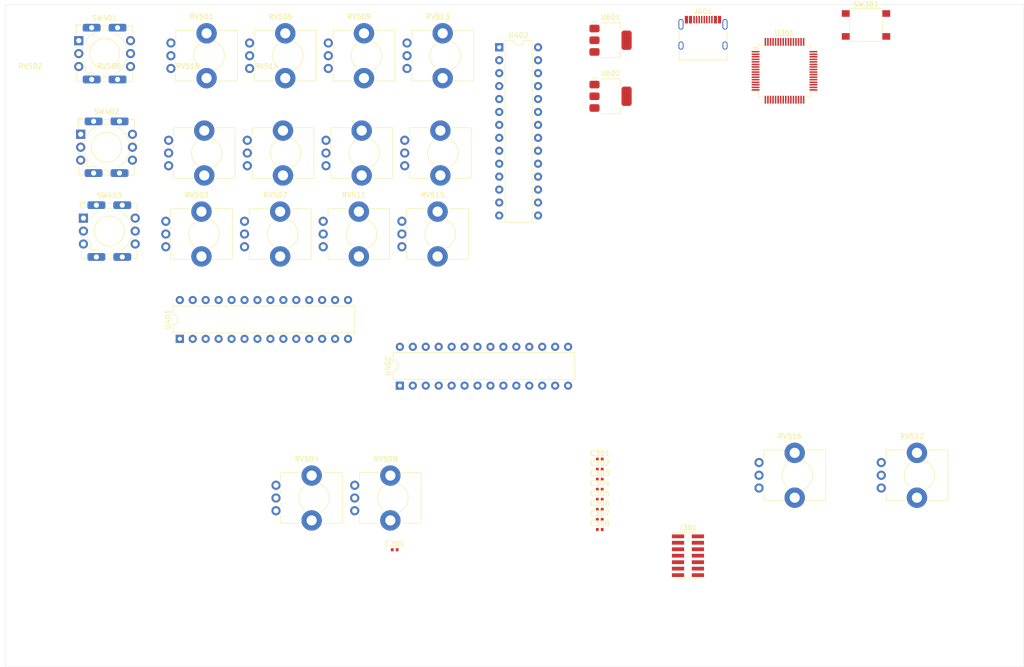
<source format=kicad_pcb>
(kicad_pcb (version 20240108) (generator "pcbnew") (generator_version "8.0")
  (layers (0 "F.Cu" signal) (31 "B.Cu" signal) (34 "B.Paste" user) (35 "F.Paste" user) (36 "B.SilkS" user "B.Silkscreen") (37 "F.SilkS" user "F.Silkscreen") (38 "B.Mask" user) (39 "F.Mask" user) (44 "Edge.Cuts" user))
  (net 0 "")
  (net 1 "GND")
  (net 2 "+5V")
  (net 3 "+3.3V")
  (net 4 "/STM32-G474RE/NRST")
  (net 15 "Net-(J601-CC2)")
  (net 17 "/PSU/D-")
  (net 18 "/PSU/D+")
  (net 20 "Net-(J601-CC1)")
  (net 21 "/Potar/Voice1_PW_pot")
  (net 22 "/Potar/Voice1_Attack_pot")
  (net 23 "/Potar/Voice1_Decay_pot")
  (net 24 "/Potar/Voice1_Release_pot")
  (net 25 "/Potar/Voice2_PW_pot")
  (net 26 "/Potar/Voice2_Attack_pot")
  (net 27 "/Potar/Voice2_Decay_pot")
  (net 28 "/Potar/Voice2_Release_pot")
  (net 29 "/Potar/Filter_Freq_pot")
  (net 30 "/Potar/Voice3_PW_pot")
  (net 31 "/Potar/Filter_Res_pot")
  (net 32 "/Potar/Voice3_Attack_pot")
  (net 33 "/Potar/Voice3_Decay_pot")
  (net 34 "/Potar/Pitch_Main_pot")
  (net 35 "/Potar/Voice3_Release_pot")
  (net 36 "/Potar/Pitch_octave_pot")
  (net 37 "Net-(SW401-Common)")
  (net 39 "Net-(U401-GPB6)")
  (net 40 "Net-(U401-GPB7)")
  (net 41 "Net-(U401-GPB4)")
  (net 42 "Net-(U401-GPB5)")
  (net 43 "Net-(U401-GPA0)")
  (net 44 "Net-(U401-GPA1)")
  (net 45 "Net-(SW402-Common)")
  (net 47 "Net-(U401-GPA2)")
  (net 48 "Net-(U401-GPA3)")
  (net 49 "Net-(U401-GPB1)")
  (net 50 "Net-(U401-GPB2)")
  (net 52 "Net-(U401-GPB0)")
  (net 53 "Net-(U401-GPB3)")
  (net 54 "Net-(SW403-Common)")
  (net 55 "ADC1_In6")
  (net 57 "ADC1_In9")
  (net 59 "I2C_3_SCL")
  (net 61 "ADC1_In3")
  (net 62 "I2C_2_SDA")
  (net 65 "I2C_3_SDA")
  (net 69 "ADC1_In15")
  (net 72 "ADC1_In12")
  (net 79 "ADC1_In2")
  (net 80 "ADC1_In5")
  (net 83 "ADC1_In7")
  (net 84 "ADC2_In4")
  (net 87 "/STM32-G474RE/ADC2_In10")
  (net 90 "ADC2_In3")
  (net 92 "/STM32-G474RE/USB_DP")
  (net 94 "ADC1_In14")
  (net 96 "I2C_1_SCL")
  (net 97 "ADC1_In8")
  (net 98 "I2C_2_SCL")
  (net 99 "/STM32-G474RE/USB_DM")
  (net 100 "ADC1_In1")
  (net 102 "ADC1_In11")
  (net 104 "ADC1_In4")
  (net 107 "I2C_1_SDA")
  (net 119 "/GPIO_Expandeur/B0")
  (net 120 "/GPIO_Expandeur/A2")
  (net 121 "/GPIO_Expandeur/A3")
  (net 122 "/GPIO_Expandeur/B1")
  (net 123 "/GPIO_Expandeur/A0")
  (net 125 "/GPIO_Expandeur/B4")
  (net 126 "/GPIO_Expandeur/B2")
  (net 127 "/GPIO_Expandeur/B3")
  (net 128 "/GPIO_Expandeur/A6")
  (net 130 "/GPIO_Expandeur/A4")
  (net 132 "/GPIO_Expandeur/A7")
  (net 134 "/GPIO_Expandeur/B7")
  (net 135 "/GPIO_Expandeur/A1")
  (net 137 "/GPIO_Expandeur/A5")
  (net 138 "/GPIO_Expandeur/B6")
  (net 140 "/GPIO_Expandeur/B5")
  (footprint "Button_Switch_THT:SW_NKK_NR01" (layer "F.Cu") (at 80.84 46.46)
    (property "Reference" "SW402" (at 5.08 -4.445 0) (layer "F.SilkS"))
    (property "Value" "SW_SP4T_NR01104")
    (pad "1" thru_hole rect (at 0 0) (size 1.8 1.8) (drill 1) (layers "*.Cu" "*.Mask") (net 48 "Net-(U401-GPA3)"))
    (pad "2" thru_hole circle (at 10.16 0) (size 1.8 1.8) (drill 1) (layers "*.Cu" "*.Mask") (net 47 "Net-(U401-GPA2)"))
    (pad "3" thru_hole circle (at 10.16 2.54) (size 1.8 1.8) (drill 1) (layers "*.Cu" "*.Mask") (net 44 "Net-(U401-GPA1)"))
    (pad "4" thru_hole circle (at 10.16 5.08) (size 1.8 1.8) (drill 1) (layers "*.Cu" "*.Mask") (net 43 "Net-(U401-GPA0)"))
    (pad "5" thru_hole circle (at 0 5.08) (size 1.8 1.8) (drill 1) (layers "*.Cu" "*.Mask"))
    (pad "C" thru_hole circle (at 0 2.54) (size 1.8 1.8) (drill 1) (layers "*.Cu" "*.Mask") (net 45 "Net-(SW402-Common)"))
    (pad "MP" thru_hole roundrect (at 2.54 -2.54) (size 3.5 1.5) (drill 1) (layers "*.Cu" "*.Mask") (net 1 "GND"))
    (pad "MP" thru_hole roundrect (at 2.54 7.62) (size 3.5 1.5) (drill 1) (layers "*.Cu" "*.Mask") (net 1 "GND"))
    (pad "MP" thru_hole roundrect (at 7.62 -2.54) (size 3.5 1.5) (drill 1) (layers "*.Cu" "*.Mask") (net 1 "GND"))
    (pad "MP" thru_hole roundrect (at 7.62 7.62) (size 3.5 1.5) (drill 1) (layers "*.Cu" "*.Mask") (net 1 "GND"))
  )
  (footprint "Capacitor_SMD:C_0402_1005Metric" (layer "F.Cu") (at 182.74 120.1)
    (property "Reference" "C306" (at 0 -1.16 0) (layer "F.SilkS"))
    (property "Value" "100n")
    (pad "1" smd roundrect (at -0.48 0) (size 0.56 0.62) (layers "F.Cu" "F.Paste" "F.Mask") (net 3 "+3.3V"))
    (pad "2" smd roundrect (at 0.48 0) (size 0.56 0.62) (layers "F.Cu" "F.Paste" "F.Mask") (net 1 "GND"))
  )
  (footprint "Capacitor_SMD:C_0402_1005Metric" (layer "F.Cu") (at 182.74 118.13)
    (property "Reference" "C305" (at 0 -1.16 0) (layer "F.SilkS"))
    (property "Value" "100n")
    (pad "1" smd roundrect (at -0.48 0) (size 0.56 0.62) (layers "F.Cu" "F.Paste" "F.Mask") (net 3 "+3.3V"))
    (pad "2" smd roundrect (at 0.48 0) (size 0.56 0.62) (layers "F.Cu" "F.Paste" "F.Mask") (net 1 "GND"))
  )
  (footprint "libs:Potentiometer_Alps_RK09K_Horizontal_CORRECTED" (layer "F.Cu") (at 144.45 52.64)
    (property "Reference" "RV514" (at -27.13 -19.56 0) (layer "F.SilkS"))
    (property "Value" "10k")
    (pad "" np_thru_hole circle (at 7 -6.9) (size 4 4) (drill 2) (layers "*.Cu" "*.Mask"))
    (pad "" np_thru_hole circle (at 7 1.9) (size 4 4) (drill 2) (layers "*.Cu" "*.Mask"))
    (pad "1" thru_hole circle (at 0 -5) (size 1.8 1.8) (drill 1) (layers "*.Cu" "*.Mask") (net 3 "+3.3V"))
    (pad "2" thru_hole circle (at 0 -2.5) (size 1.8 1.8) (drill 1) (layers "*.Cu" "*.Mask") (net 34 "/Potar/Pitch_Main_pot"))
    (pad "3" thru_hole circle (at 0 0) (size 1.8 1.8) (drill 1) (layers "*.Cu" "*.Mask") (net 1 "GND"))
  )
  (footprint "Package_QFP:LQFP-64_10x10mm_P0.5mm" (layer "F.Cu") (at 219 34)
    (property "Reference" "U301" (at 0 -7.4 0) (layer "F.SilkS"))
    (property "Value" "STM32G474RETx")
    (pad "1" smd roundrect (at -5.675 -3.75) (size 1.55 0.3) (layers "F.Cu" "F.Paste" "F.Mask") (net 3 "+3.3V"))
    (pad "2" smd roundrect (at -5.675 -3.25) (size 1.55 0.3) (layers "F.Cu" "F.Paste" "F.Mask"))
    (pad "3" smd roundrect (at -5.675 -2.75) (size 1.55 0.3) (layers "F.Cu" "F.Paste" "F.Mask"))
    (pad "4" smd roundrect (at -5.675 -2.25) (size 1.55 0.3) (layers "F.Cu" "F.Paste" "F.Mask"))
    (pad "5" smd roundrect (at -5.675 -1.75) (size 1.55 0.3) (layers "F.Cu" "F.Paste" "F.Mask") (net 62 "I2C_2_SDA"))
    (pad "6" smd roundrect (at -5.675 -1.25) (size 1.55 0.3) (layers "F.Cu" "F.Paste" "F.Mask") (net 87 "/STM32-G474RE/ADC2_In10"))
    (pad "7" smd roundrect (at -5.675 -0.75) (size 1.55 0.3) (layers "F.Cu" "F.Paste" "F.Mask"))
    (pad "8" smd roundrect (at -5.675 -0.25) (size 1.55 0.3) (layers "F.Cu" "F.Paste" "F.Mask") (net 55 "ADC1_In6"))
    (pad "9" smd roundrect (at -5.675 0.25) (size 1.55 0.3) (layers "F.Cu" "F.Paste" "F.Mask") (net 83 "ADC1_In7"))
    (pad "10" smd roundrect (at -5.675 0.75) (size 1.55 0.3) (layers "F.Cu" "F.Paste" "F.Mask") (net 97 "ADC1_In8"))
    (pad "11" smd roundrect (at -5.675 1.25) (size 1.55 0.3) (layers "F.Cu" "F.Paste" "F.Mask") (net 57 "ADC1_In9"))
    (pad "12" smd roundrect (at -5.675 1.75) (size 1.55 0.3) (layers "F.Cu" "F.Paste" "F.Mask") (net 100 "ADC1_In1"))
    (pad "13" smd roundrect (at -5.675 2.25) (size 1.55 0.3) (layers "F.Cu" "F.Paste" "F.Mask") (net 79 "ADC1_In2"))
    (pad "14" smd roundrect (at -5.675 2.75) (size 1.55 0.3) (layers "F.Cu" "F.Paste" "F.Mask") (net 61 "ADC1_In3"))
    (pad "15" smd roundrect (at -5.675 3.25) (size 1.55 0.3) (layers "F.Cu" "F.Paste" "F.Mask") (net 1 "GND"))
    (pad "16" smd roundrect (at -5.675 3.75) (size 1.55 0.3) (layers "F.Cu" "F.Paste" "F.Mask") (net 3 "+3.3V"))
    (pad "17" smd roundrect (at -3.75 5.675) (size 0.3 1.55) (layers "F.Cu" "F.Paste" "F.Mask") (net 104 "ADC1_In4"))
    (pad "18" smd roundrect (at -3.25 5.675) (size 0.3 1.55) (layers "F.Cu" "F.Paste" "F.Mask"))
    (pad "19" smd roundrect (at -2.75 5.675) (size 0.3 1.55) (layers "F.Cu" "F.Paste" "F.Mask"))
    (pad "20" smd roundrect (at -2.25 5.675) (size 0.3 1.55) (layers "F.Cu" "F.Paste" "F.Mask") (net 90 "ADC2_In3"))
    (pad "21" smd roundrect (at -1.75 5.675) (size 0.3 1.55) (layers "F.Cu" "F.Paste" "F.Mask") (net 84 "ADC2_In4"))
    (pad "22" smd roundrect (at -1.25 5.675) (size 0.3 1.55) (layers "F.Cu" "F.Paste" "F.Mask") (net 98 "I2C_2_SCL"))
    (pad "23" smd roundrect (at -0.75 5.675) (size 0.3 1.55) (layers "F.Cu" "F.Paste" "F.Mask"))
    (pad "24" smd roundrect (at -0.25 5.675) (size 0.3 1.55) (layers "F.Cu" "F.Paste" "F.Mask") (net 69 "ADC1_In15"))
    (pad "25" smd roundrect (at 0.25 5.675) (size 0.3 1.55) (layers "F.Cu" "F.Paste" "F.Mask") (net 72 "ADC1_In12"))
    (pad "26" smd roundrect (at 0.75 5.675) (size 0.3 1.55) (layers "F.Cu" "F.Paste" "F.Mask"))
    (pad "27" smd roundrect (at 1.25 5.675) (size 0.3 1.55) (layers "F.Cu" "F.Paste" "F.Mask") (net 1 "GND"))
    (pad "28" smd roundrect (at 1.75 5.675) (size 0.3 1.55) (layers "F.Cu" "F.Paste" "F.Mask"))
    (pad "29" smd roundrect (at 2.25 5.675) (size 0.3 1.55) (layers "F.Cu" "F.Paste" "F.Mask") (net 3 "+3.3V"))
    (pad "30" smd roundrect (at 2.75 5.675) (size 0.3 1.55) (layers "F.Cu" "F.Paste" "F.Mask"))
    (pad "31" smd roundrect (at 3.25 5.675) (size 0.3 1.55) (layers "F.Cu" "F.Paste" "F.Mask") (net 1 "GND"))
    (pad "32" smd roundrect (at 3.75 5.675) (size 0.3 1.55) (layers "F.Cu" "F.Paste" "F.Mask") (net 3 "+3.3V"))
    (pad "33" smd roundrect (at 5.675 3.75) (size 1.55 0.3) (layers "F.Cu" "F.Paste" "F.Mask") (net 94 "ADC1_In14"))
    (pad "34" smd roundrect (at 5.675 3.25) (size 1.55 0.3) (layers "F.Cu" "F.Paste" "F.Mask") (net 102 "ADC1_In11"))
    (pad "35" smd roundrect (at 5.675 2.75) (size 1.55 0.3) (layers "F.Cu" "F.Paste" "F.Mask"))
    (pad "36" smd roundrect (at 5.675 2.25) (size 1.55 0.3) (layers "F.Cu" "F.Paste" "F.Mask") (net 80 "ADC1_In5"))
    (pad "37" smd roundrect (at 5.675 1.75) (size 1.55 0.3) (layers "F.Cu" "F.Paste" "F.Mask"))
    (pad "38" smd roundrect (at 5.675 1.25) (size 1.55 0.3) (layers "F.Cu" "F.Paste" "F.Mask"))
    (pad "39" smd roundrect (at 5.675 0.75) (size 1.55 0.3) (layers "F.Cu" "F.Paste" "F.Mask"))
    (pad "40" smd roundrect (at 5.675 0.25) (size 1.55 0.3) (layers "F.Cu" "F.Paste" "F.Mask") (net 59 "I2C_3_SCL"))
    (pad "41" smd roundrect (at 5.675 -0.25) (size 1.55 0.3) (layers "F.Cu" "F.Paste" "F.Mask") (net 65 "I2C_3_SDA"))
    (pad "42" smd roundrect (at 5.675 -0.75) (size 1.55 0.3) (layers "F.Cu" "F.Paste" "F.Mask"))
    (pad "43" smd roundrect (at 5.675 -1.25) (size 1.55 0.3) (layers "F.Cu" "F.Paste" "F.Mask"))
    (pad "44" smd roundrect (at 5.675 -1.75) (size 1.55 0.3) (layers "F.Cu" "F.Paste" "F.Mask"))
    (pad "45" smd roundrect (at 5.675 -2.25) (size 1.55 0.3) (layers "F.Cu" "F.Paste" "F.Mask") (net 99 "/STM32-G474RE/USB_DM"))
    (pad "46" smd roundrect (at 5.675 -2.75) (size 1.55 0.3) (layers "F.Cu" "F.Paste" "F.Mask") (net 92 "/STM32-G474RE/USB_DP"))
    (pad "47" smd roundrect (at 5.675 -3.25) (size 1.55 0.3) (layers "F.Cu" "F.Paste" "F.Mask") (net 1 "GND"))
    (pad "48" smd roundrect (at 5.675 -3.75) (size 1.55 0.3) (layers "F.Cu" "F.Paste" "F.Mask") (net 3 "+3.3V"))
    (pad "49" smd roundrect (at 3.75 -5.675) (size 0.3 1.55) (layers "F.Cu" "F.Paste" "F.Mask") (net 96 "I2C_1_SCL"))
    (pad "50" smd roundrect (at 3.25 -5.675) (size 0.3 1.55) (layers "F.Cu" "F.Paste" "F.Mask") (net 107 "I2C_1_SDA"))
    (pad "51" smd roundrect (at 2.75 -5.675) (size 0.3 1.55) (layers "F.Cu" "F.Paste" "F.Mask"))
    (pad "52" smd roundrect (at 2.25 -5.675) (size 0.3 1.55) (layers "F.Cu" "F.Paste" "F.Mask"))
    (pad "53" smd roundrect (at 1.75 -5.675) (size 0.3 1.55) (layers "F.Cu" "F.Paste" "F.Mask"))
    (pad "54" smd roundrect (at 1.25 -5.675) (size 0.3 1.55) (layers "F.Cu" "F.Paste" "F.Mask"))
    (pad "55" smd roundrect (at 0.75 -5.675) (size 0.3 1.55) (layers "F.Cu" "F.Paste" "F.Mask"))
    (pad "56" smd roundrect (at 0.25 -5.675) (size 0.3 1.55) (layers "F.Cu" "F.Paste" "F.Mask"))
    (pad "57" smd roundrect (at -0.25 -5.675) (size 0.3 1.55) (layers "F.Cu" "F.Paste" "F.Mask"))
    (pad "58" smd roundrect (at -0.75 -5.675) (size 0.3 1.55) (layers "F.Cu" "F.Paste" "F.Mask"))
    (pad "59" smd roundrect (at -1.25 -5.675) (size 0.3 1.55) (layers "F.Cu" "F.Paste" "F.Mask"))
    (pad "60" smd roundrect (at -1.75 -5.675) (size 0.3 1.55) (layers "F.Cu" "F.Paste" "F.Mask"))
    (pad "61" smd roundrect (at -2.25 -5.675) (size 0.3 1.55) (layers "F.Cu" "F.Paste" "F.Mask"))
    (pad "62" smd roundrect (at -2.75 -5.675) (size 0.3 1.55) (layers "F.Cu" "F.Paste" "F.Mask"))
    (pad "63" smd roundrect (at -3.25 -5.675) (size 0.3 1.55) (layers "F.Cu" "F.Paste" "F.Mask") (net 1 "GND"))
    (pad "64" smd roundrect (at -3.75 -5.675) (size 0.3 1.55) (layers "F.Cu" "F.Paste" "F.Mask") (net 3 "+3.3V"))
  )
  (footprint "Button_Switch_THT:SW_NKK_NR01" (layer "F.Cu") (at 81.38 62.92)
    (property "Reference" "SW403" (at 5.08 -4.445 0) (layer "F.SilkS"))
    (property "Value" "SW_SP4T_NR01104")
    (pad "1" thru_hole rect (at 0 0) (size 1.8 1.8) (drill 1) (layers "*.Cu" "*.Mask") (net 53 "Net-(U401-GPB3)"))
    (pad "2" thru_hole circle (at 10.16 0) (size 1.8 1.8) (drill 1) (layers "*.Cu" "*.Mask") (net 50 "Net-(U401-GPB2)"))
    (pad "3" thru_hole circle (at 10.16 2.54) (size 1.8 1.8) (drill 1) (layers "*.Cu" "*.Mask") (net 49 "Net-(U401-GPB1)"))
    (pad "4" thru_hole circle (at 10.16 5.08) (size 1.8 1.8) (drill 1) (layers "*.Cu" "*.Mask") (net 52 "Net-(U401-GPB0)"))
    (pad "5" thru_hole circle (at 0 5.08) (size 1.8 1.8) (drill 1) (layers "*.Cu" "*.Mask"))
    (pad "C" thru_hole circle (at 0 2.54) (size 1.8 1.8) (drill 1) (layers "*.Cu" "*.Mask") (net 54 "Net-(SW403-Common)"))
    (pad "MP" thru_hole roundrect (at 2.54 -2.54) (size 3.5 1.5) (drill 1) (layers "*.Cu" "*.Mask") (net 1 "GND"))
    (pad "MP" thru_hole roundrect (at 2.54 7.62) (size 3.5 1.5) (drill 1) (layers "*.Cu" "*.Mask") (net 1 "GND"))
    (pad "MP" thru_hole roundrect (at 7.62 -2.54) (size 3.5 1.5) (drill 1) (layers "*.Cu" "*.Mask") (net 1 "GND"))
    (pad "MP" thru_hole roundrect (at 7.62 7.62) (size 3.5 1.5) (drill 1) (layers "*.Cu" "*.Mask") (net 1 "GND"))
  )
  (footprint "libs:Potentiometer_Alps_RK09K_Horizontal_CORRECTED" (layer "F.Cu") (at 114 33.54)
    (property "Reference" "RV505" (at 6.05 -10.15 0) (layer "F.SilkS"))
    (property "Value" "10k")
    (pad "" np_thru_hole circle (at 7 -6.9) (size 4 4) (drill 2) (layers "*.Cu" "*.Mask"))
    (pad "" np_thru_hole circle (at 7 1.9) (size 4 4) (drill 2) (layers "*.Cu" "*.Mask"))
    (pad "1" thru_hole circle (at 0 -5) (size 1.8 1.8) (drill 1) (layers "*.Cu" "*.Mask") (net 3 "+3.3V"))
    (pad "2" thru_hole circle (at 0 -2.5) (size 1.8 1.8) (drill 1) (layers "*.Cu" "*.Mask") (net 25 "/Potar/Voice2_PW_pot"))
    (pad "3" thru_hole circle (at 0 0) (size 1.8 1.8) (drill 1) (layers "*.Cu" "*.Mask") (net 1 "GND"))
  )
  (footprint "Capacitor_SMD:C_0402_1005Metric" (layer "F.Cu") (at 182.74 110.25)
    (property "Reference" "C301" (at 0 -1.16 0) (layer "F.SilkS"))
    (property "Value" "100n")
    (pad "1" smd roundrect (at -0.48 0) (size 0.56 0.62) (layers "F.Cu" "F.Paste" "F.Mask") (net 3 "+3.3V"))
    (pad "2" smd roundrect (at 0.48 0) (size 0.56 0.62) (layers "F.Cu" "F.Paste" "F.Mask") (net 1 "GND"))
  )
  (footprint "libs:Potentiometer_Alps_RK09K_Horizontal_CORRECTED" (layer "F.Cu") (at 113 68.54)
    (property "Reference" "RV507" (at 6.05 -10.15 0) (layer "F.SilkS"))
    (property "Value" "10k")
    (pad "" np_thru_hole circle (at 7 -6.9) (size 4 4) (drill 2) (layers "*.Cu" "*.Mask"))
    (pad "" np_thru_hole circle (at 7 1.9) (size 4 4) (drill 2) (layers "*.Cu" "*.Mask"))
    (pad "1" thru_hole circle (at 0 -5) (size 1.8 1.8) (drill 1) (layers "*.Cu" "*.Mask") (net 3 "+3.3V"))
    (pad "2" thru_hole circle (at 0 -2.5) (size 1.8 1.8) (drill 1) (layers "*.Cu" "*.Mask") (net 27 "/Potar/Voice2_Decay_pot"))
    (pad "3" thru_hole circle (at 0 0) (size 1.8 1.8) (drill 1) (layers "*.Cu" "*.Mask") (net 1 "GND"))
  )
  (footprint "libs:Potentiometer_Alps_RK09K_Horizontal_CORRECTED" (layer "F.Cu") (at 128.45 68.54)
    (property "Reference" "RV511" (at 6.05 -10.15 0) (layer "F.SilkS"))
    (property "Value" "10k")
    (pad "" np_thru_hole circle (at 7 -6.9) (size 4 4) (drill 2) (layers "*.Cu" "*.Mask"))
    (pad "" np_thru_hole circle (at 7 1.9) (size 4 4) (drill 2) (layers "*.Cu" "*.Mask"))
    (pad "1" thru_hole circle (at 0 -5) (size 1.8 1.8) (drill 1) (layers "*.Cu" "*.Mask") (net 3 "+3.3V"))
    (pad "2" thru_hole circle (at 0 -2.5) (size 1.8 1.8) (drill 1) (layers "*.Cu" "*.Mask") (net 31 "/Potar/Filter_Res_pot"))
    (pad "3" thru_hole circle (at 0 0) (size 1.8 1.8) (drill 1) (layers "*.Cu" "*.Mask") (net 1 "GND"))
  )
  (footprint "libs:Potentiometer_Alps_RK09K_Horizontal_CORRECTED" (layer "F.Cu") (at 238 115.9)
    (property "Reference" "RV512" (at 6.05 -10.15 0) (layer "F.SilkS"))
    (property "Value" "10k")
    (pad "" np_thru_hole circle (at 7 -6.9) (size 4 4) (drill 2) (layers "*.Cu" "*.Mask"))
    (pad "" np_thru_hole circle (at 7 1.9) (size 4 4) (drill 2) (layers "*.Cu" "*.Mask"))
    (pad "1" thru_hole circle (at 0 -5) (size 1.8 1.8) (drill 1) (layers "*.Cu" "*.Mask") (net 3 "+3.3V"))
    (pad "2" thru_hole circle (at 0 -2.5) (size 1.8 1.8) (drill 1) (layers "*.Cu" "*.Mask") (net 32 "/Potar/Voice3_Attack_pot"))
    (pad "3" thru_hole circle (at 0 0) (size 1.8 1.8) (drill 1) (layers "*.Cu" "*.Mask") (net 1 "GND"))
  )
  (footprint "Button_Switch_SMD:SW_Push_1P1T_NO_6x6mm_H9.5mm" (layer "F.Cu") (at 235 25)
    (property "Reference" "SW301" (at 0 -4.05 0) (layer "F.SilkS"))
    (property "Value" "SW_Push")
    (pad "1" smd rect (at -3.975 -2.25) (size 1.55 1.3) (layers "F.Cu" "F.Paste" "F.Mask") (net 1 "GND"))
    (pad "1" smd rect (at 3.975 -2.25) (size 1.55 1.3) (layers "F.Cu" "F.Paste" "F.Mask") (net 1 "GND"))
    (pad "2" smd rect (at -3.975 2.25) (size 1.55 1.3) (layers "F.Cu" "F.Paste" "F.Mask") (net 4 "/STM32-G474RE/NRST"))
    (pad "2" smd rect (at 3.975 2.25) (size 1.55 1.3) (layers "F.Cu" "F.Paste" "F.Mask") (net 4 "/STM32-G474RE/NRST"))
  )
  (footprint "Button_Switch_THT:SW_NKK_NR01" (layer "F.Cu") (at 80.46 28.08)
    (property "Reference" "SW401" (at 5.08 -4.445 0) (layer "F.SilkS"))
    (property "Value" "SW_SP4T_NR01104")
    (pad "1" thru_hole rect (at 0 0) (size 1.8 1.8) (drill 1) (layers "*.Cu" "*.Mask") (net 40 "Net-(U401-GPB7)"))
    (pad "2" thru_hole circle (at 10.16 0) (size 1.8 1.8) (drill 1) (layers "*.Cu" "*.Mask") (net 39 "Net-(U401-GPB6)"))
    (pad "3" thru_hole circle (at 10.16 2.54) (size 1.8 1.8) (drill 1) (layers "*.Cu" "*.Mask") (net 42 "Net-(U401-GPB5)"))
    (pad "4" thru_hole circle (at 10.16 5.08) (size 1.8 1.8) (drill 1) (layers "*.Cu" "*.Mask") (net 41 "Net-(U401-GPB4)"))
    (pad "5" thru_hole circle (at 0 5.08) (size 1.8 1.8) (drill 1) (layers "*.Cu" "*.Mask"))
    (pad "C" thru_hole circle (at 0 2.54) (size 1.8 1.8) (drill 1) (layers "*.Cu" "*.Mask") (net 37 "Net-(SW401-Common)"))
    (pad "MP" thru_hole roundrect (at 2.54 -2.54) (size 3.5 1.5) (drill 1) (layers "*.Cu" "*.Mask") (net 1 "GND"))
    (pad "MP" thru_hole roundrect (at 2.54 7.62) (size 3.5 1.5) (drill 1) (layers "*.Cu" "*.Mask") (net 1 "GND"))
    (pad "MP" thru_hole roundrect (at 7.62 -2.54) (size 3.5 1.5) (drill 1) (layers "*.Cu" "*.Mask") (net 1 "GND"))
    (pad "MP" thru_hole roundrect (at 7.62 7.62) (size 3.5 1.5) (drill 1) (layers "*.Cu" "*.Mask") (net 1 "GND"))
  )
  (footprint "Capacitor_SMD:C_0402_1005Metric" (layer "F.Cu") (at 182.74 124.04)
    (property "Reference" "C308" (at 0 -1.16 0) (layer "F.SilkS"))
    (property "Value" "100n")
    (pad "1" smd roundrect (at -0.48 0) (size 0.56 0.62) (layers "F.Cu" "F.Paste" "F.Mask") (net 4 "/STM32-G474RE/NRST"))
    (pad "2" smd roundrect (at 0.48 0) (size 0.56 0.62) (layers "F.Cu" "F.Paste" "F.Mask") (net 1 "GND"))
  )
  (footprint "Capacitor_SMD:C_0402_1005Metric" (layer "F.Cu") (at 182.74 122.07)
    (property "Reference" "C307" (at 0 -1.16 0) (layer "F.SilkS"))
    (property "Value" "4u7")
    (pad "1" smd roundrect (at -0.48 0) (size 0.56 0.62) (layers "F.Cu" "F.Paste" "F.Mask") (net 3 "+3.3V"))
    (pad "2" smd roundrect (at 0.48 0) (size 0.56 0.62) (layers "F.Cu" "F.Paste" "F.Mask") (net 1 "GND"))
  )
  (footprint "libs:Potentiometer_Alps_RK09K_Horizontal_CORRECTED" (layer "F.Cu") (at 129 52.64)
    (property "Reference" "RV510" (at -27.13 -19.56 0) (layer "F.SilkS"))
    (property "Value" "10k")
    (pad "" np_thru_hole circle (at 7 -6.9) (size 4 4) (drill 2) (layers "*.Cu" "*.Mask"))
    (pad "" np_thru_hole circle (at 7 1.9) (size 4 4) (drill 2) (layers "*.Cu" "*.Mask"))
    (pad "1" thru_hole circle (at 0 -5) (size 1.8 1.8) (drill 1) (layers "*.Cu" "*.Mask") (net 3 "+3.3V"))
    (pad "2" thru_hole circle (at 0 -2.5) (size 1.8 1.8) (drill 1) (layers "*.Cu" "*.Mask") (net 30 "/Potar/Voice3_PW_pot"))
    (pad "3" thru_hole circle (at 0 0) (size 1.8 1.8) (drill 1) (layers "*.Cu" "*.Mask") (net 1 "GND"))
  )
  (footprint "libs:Potentiometer_Alps_RK09K_Horizontal_CORRECTED" (layer "F.Cu") (at 98.55 33.54)
    (property "Reference" "RV501" (at 6.05 -10.15 0) (layer "F.SilkS"))
    (property "Value" "10k")
    (pad "" np_thru_hole circle (at 7 -6.9) (size 4 4) (drill 2) (layers "*.Cu" "*.Mask"))
    (pad "" np_thru_hole circle (at 7 1.9) (size 4 4) (drill 2) (layers "*.Cu" "*.Mask"))
    (pad "1" thru_hole circle (at 0 -5) (size 1.8 1.8) (drill 1) (layers "*.Cu" "*.Mask") (net 3 "+3.3V"))
    (pad "2" thru_hole circle (at 0 -2.5) (size 1.8 1.8) (drill 1) (layers "*.Cu" "*.Mask") (net 21 "/Potar/Voice1_PW_pot"))
    (pad "3" thru_hole circle (at 0 0) (size 1.8 1.8) (drill 1) (layers "*.Cu" "*.Mask") (net 1 "GND"))
  )
  (footprint "libs:Potentiometer_Alps_RK09K_Horizontal_CORRECTED" (layer "F.Cu") (at 113.55 52.64)
    (property "Reference" "RV506" (at -27.13 -19.56 0) (layer "F.SilkS"))
    (property "Value" "10k")
    (pad "" np_thru_hole circle (at 7 -6.9) (size 4 4) (drill 2) (layers "*.Cu" "*.Mask"))
    (pad "" np_thru_hole circle (at 7 1.9) (size 4 4) (drill 2) (layers "*.Cu" "*.Mask"))
    (pad "1" thru_hole circle (at 0 -5) (size 1.8 1.8) (drill 1) (layers "*.Cu" "*.Mask") (net 3 "+3.3V"))
    (pad "2" thru_hole circle (at 0 -2.5) (size 1.8 1.8) (drill 1) (layers "*.Cu" "*.Mask") (net 26 "/Potar/Voice2_Attack_pot"))
    (pad "3" thru_hole circle (at 0 0) (size 1.8 1.8) (drill 1) (layers "*.Cu" "*.Mask") (net 1 "GND"))
  )
  (footprint "Capacitor_SMD:C_0402_1005Metric" (layer "F.Cu") (at 142.48 128.02)
    (property "Reference" "C201" (at 0 -1.16 0) (layer "F.SilkS"))
    (property "Value" "1u")
    (pad "1" smd roundrect (at -0.48 0) (size 0.56 0.62) (layers "F.Cu" "F.Paste" "F.Mask") (net 2 "+5V"))
    (pad "2" smd roundrect (at 0.48 0) (size 0.56 0.62) (layers "F.Cu" "F.Paste" "F.Mask") (net 1 "GND"))
  )
  (footprint "libs:Potentiometer_Alps_RK09K_Horizontal_CORRECTED" (layer "F.Cu") (at 98.1 52.64)
    (property "Reference" "RV502" (at -27.13 -19.56 0) (layer "F.SilkS"))
    (property "Value" "10k")
    (pad "" np_thru_hole circle (at 7 -6.9) (size 4 4) (drill 2) (layers "*.Cu" "*.Mask"))
    (pad "" np_thru_hole circle (at 7 1.9) (size 4 4) (drill 2) (layers "*.Cu" "*.Mask"))
    (pad "1" thru_hole circle (at 0 -5) (size 1.8 1.8) (drill 1) (layers "*.Cu" "*.Mask") (net 3 "+3.3V"))
    (pad "2" thru_hole circle (at 0 -2.5) (size 1.8 1.8) (drill 1) (layers "*.Cu" "*.Mask") (net 22 "/Potar/Voice1_Attack_pot"))
    (pad "3" thru_hole circle (at 0 0) (size 1.8 1.8) (drill 1) (layers "*.Cu" "*.Mask") (net 1 "GND"))
  )
  (footprint "Capacitor_SMD:C_0402_1005Metric" (layer "F.Cu") (at 182.74 112.22)
    (property "Reference" "C302" (at 0 -1.16 0) (layer "F.SilkS"))
    (property "Value" "100n")
    (pad "1" smd roundrect (at -0.48 0) (size 0.56 0.62) (layers "F.Cu" "F.Paste" "F.Mask") (net 3 "+3.3V"))
    (pad "2" smd roundrect (at 0.48 0) (size 0.56 0.62) (layers "F.Cu" "F.Paste" "F.Mask") (net 1 "GND"))
  )
  (footprint "Capacitor_SMD:C_0402_1005Metric" (layer "F.Cu") (at 182.74 116.16)
    (property "Reference" "C304" (at 0 -1.16 0) (layer "F.SilkS"))
    (property "Value" "100n")
    (pad "1" smd roundrect (at -0.48 0) (size 0.56 0.62) (layers "F.Cu" "F.Paste" "F.Mask") (net 3 "+3.3V"))
    (pad "2" smd roundrect (at 0.48 0) (size 0.56 0.62) (layers "F.Cu" "F.Paste" "F.Mask") (net 1 "GND"))
  )
  (footprint "Capacitor_SMD:C_0402_1005Metric" (layer "F.Cu") (at 182.74 114.19)
    (property "Reference" "C303" (at 0 -1.16 0) (layer "F.SilkS"))
    (property "Value" "100n")
    (pad "1" smd roundrect (at -0.48 0) (size 0.56 0.62) (layers "F.Cu" "F.Paste" "F.Mask") (net 3 "+3.3V"))
    (pad "2" smd roundrect (at 0.48 0) (size 0.56 0.62) (layers "F.Cu" "F.Paste" "F.Mask") (net 1 "GND"))
  )
  (footprint "libs:Potentiometer_Alps_RK09K_Horizontal_CORRECTED" (layer "F.Cu") (at 143.9 68.54)
    (property "Reference" "RV515" (at 6.05 -10.15 0) (layer "F.SilkS"))
    (property "Value" "10k")
    (pad "" np_thru_hole circle (at 7 -6.9) (size 4 4) (drill 2) (layers "*.Cu" "*.Mask"))
    (pad "" np_thru_hole circle (at 7 1.9) (size 4 4) (drill 2) (layers "*.Cu" "*.Mask"))
    (pad "1" thru_hole circle (at 0 -5) (size 1.8 1.8) (drill 1) (layers "*.Cu" "*.Mask") (net 3 "+3.3V"))
    (pad "2" thru_hole circle (at 0 -2.5) (size 1.8 1.8) (drill 1) (layers "*.Cu" "*.Mask") (net 35 "/Potar/Voice3_Release_pot"))
    (pad "3" thru_hole circle (at 0 0) (size 1.8 1.8) (drill 1) (layers "*.Cu" "*.Mask") (net 1 "GND"))
  )
  (footprint "Connector_PinHeader_1.27mm:PinHeader_2x07_P1.27mm_Vertical_SMD" (layer "F.Cu") (at 200.05 129.19)
    (property "Reference" "J301" (at 0 -5.505 0) (layer "F.SilkS"))
    (property "Value" "Conn_ST_STDC14")
    (pad "1" smd rect (at -1.95 -3.81) (size 2.4 0.74) (layers "F.Cu" "F.Paste" "F.Mask"))
    (pad "2" smd rect (at 1.95 -3.81) (size 2.4 0.74) (layers "F.Cu" "F.Paste" "F.Mask"))
    (pad "3" smd rect (at -1.95 -2.54) (size 2.4 0.74) (layers "F.Cu" "F.Paste" "F.Mask") (net 3 "+3.3V"))
    (pad "4" smd rect (at 1.95 -2.54) (size 2.4 0.74) (layers "F.Cu" "F.Paste" "F.Mask"))
    (pad "5" smd rect (at -1.95 -1.27) (size 2.4 0.74) (layers "F.Cu" "F.Paste" "F.Mask") (net 1 "GND"))
    (pad "6" smd rect (at 1.95 -1.27) (size 2.4 0.74) (layers "F.Cu" "F.Paste" "F.Mask"))
    (pad "7" smd rect (at -1.95 0) (size 2.4 0.74) (layers "F.Cu" "F.Paste" "F.Mask") (net 1 "GND"))
    (pad "8" smd rect (at 1.95 0) (size 2.4 0.74) (layers "F.Cu" "F.Paste" "F.Mask"))
    (pad "9" smd rect (at -1.95 1.27) (size 2.4 0.74) (layers "F.Cu" "F.Paste" "F.Mask"))
    (pad "10" smd rect (at 1.95 1.27) (size 2.4 0.74) (layers "F.Cu" "F.Paste" "F.Mask"))
    (pad "11" smd rect (at -1.95 2.54) (size 2.4 0.74) (layers "F.Cu" "F.Paste" "F.Mask") (net 1 "GND"))
    (pad "12" smd rect (at 1.95 2.54) (size 2.4 0.74) (layers "F.Cu" "F.Paste" "F.Mask"))
    (pad "13" smd rect (at -1.95 3.81) (size 2.4 0.74) (layers "F.Cu" "F.Paste" "F.Mask"))
    (pad "14" smd rect (at 1.95 3.81) (size 2.4 0.74) (layers "F.Cu" "F.Paste" "F.Mask"))
  )
  (footprint "libs:Potentiometer_Alps_RK09K_Horizontal_CORRECTED" (layer "F.Cu") (at 214 115.9)
    (property "Reference" "RV516" (at 6.05 -10.15 0) (layer "F.SilkS"))
    (property "Value" "10k")
    (pad "" np_thru_hole circle (at 7 -6.9) (size 4 4) (drill 2) (layers "*.Cu" "*.Mask"))
    (pad "" np_thru_hole circle (at 7 1.9) (size 4 4) (drill 2) (layers "*.Cu" "*.Mask"))
    (pad "1" thru_hole circle (at 0 -5) (size 1.8 1.8) (drill 1) (layers "*.Cu" "*.Mask") (net 3 "+3.3V"))
    (pad "2" thru_hole circle (at 0 -2.5) (size 1.8 1.8) (drill 1) (layers "*.Cu" "*.Mask") (net 36 "/Potar/Pitch_octave_pot"))
    (pad "3" thru_hole circle (at 0 0) (size 1.8 1.8) (drill 1) (layers "*.Cu" "*.Mask") (net 1 "GND"))
  )
  (footprint "libs:Potentiometer_Alps_RK09K_Horizontal_CORRECTED" (layer "F.Cu") (at 119.18 120.36)
    (property "Reference" "RV504" (at 6.05 -10.15 0) (layer "F.SilkS"))
    (property "Value" "10k")
    (pad "" np_thru_hole circle (at 7 -6.9) (size 4 4) (drill 2) (layers "*.Cu" "*.Mask"))
    (pad "" np_thru_hole circle (at 7 1.9) (size 4 4) (drill 2) (layers "*.Cu" "*.Mask"))
    (pad "1" thru_hole circle (at 0 -5) (size 1.8 1.8) (drill 1) (layers "*.Cu" "*.Mask") (net 3 "+3.3V"))
    (pad "2" thru_hole circle (at 0 -2.5) (size 1.8 1.8) (drill 1) (layers "*.Cu" "*.Mask") (net 24 "/Potar/Voice1_Release_pot"))
    (pad "3" thru_hole circle (at 0 0) (size 1.8 1.8) (drill 1) (layers "*.Cu" "*.Mask") (net 1 "GND"))
  )
  (footprint "Package_TO_SOT_SMD:SOT-223-3_TabPin2" (layer "F.Cu") (at 184.85 28)
    (property "Reference" "U601" (at 0 -4.5 0) (layer "F.SilkS"))
    (property "Value" "USBLC6-2SC6")
    (pad "1" smd roundrect (at -3.15 -2.3) (size 2 1.5) (layers "F.Cu" "F.Paste" "F.Mask") (net 17 "/PSU/D-"))
    (pad "2" smd roundrect (at -3.15 0) (size 2 1.5) (layers "F.Cu" "F.Paste" "F.Mask") (net 1 "GND"))
    (pad "2" smd roundrect (at 3.15 0) (size 2 3.8) (layers "F.Cu" "F.Paste" "F.Mask") (net 1 "GND"))
    (pad "3" smd roundrect (at -3.15 2.3) (size 2 1.5) (layers "F.Cu" "F.Paste" "F.Mask") (net 18 "/PSU/D+"))
  )
  (footprint "Package_DIP:DIP-28_W7.62mm" (layer "F.Cu") (at 143.5 95.8 90)
    (property "Reference" "U402" (at 3.81 -2.33 270) (layer "F.SilkS"))
    (property "Value" "MCP23017_SP")
    (pad "1" thru_hole rect (at 0 0 90) (size 1.6 1.6) (drill 0.8) (layers "*.Cu" "*.Mask"))
    (pad "2" thru_hole oval (at 0 2.54 90) (size 1.6 1.6) (drill 0.8) (layers "*.Cu" "*.Mask"))
    (pad "3" thru_hole oval (at 0 5.08 90) (size 1.6 1.6) (drill 0.8) (layers "*.Cu" "*.Mask"))
    (pad "4" thru_hole oval (at 0 7.62 90) (size 1.6 1.6) (drill 0.8) (layers "*.Cu" "*.Mask"))
    (pad "5" thru_hole oval (at 0 10.16 90) (size 1.6 1.6) (drill 0.8) (layers "*.Cu" "*.Mask"))
    (pad "6" thru_hole oval (at 0 12.7 90) (size 1.6 1.6) (drill 0.8) (layers "*.Cu" "*.Mask"))
    (pad "7" thru_hole oval (at 0 15.24 90) (size 1.6 1.6) (drill 0.8) (layers "*.Cu" "*.Mask"))
    (pad "8" thru_hole oval (at 0 17.78 90) (size 1.6 1.6) (drill 0.8) (layers "*.Cu" "*.Mask"))
    (pad "9" thru_hole oval (at 0 20.32 90) (size 1.6 1.6) (drill 0.8) (layers "*.Cu" "*.Mask"))
    (pad "10" thru_hole oval (at 0 22.86 90) (size 1.6 1.6) (drill 0.8) (layers "*.Cu" "*.Mask"))
    (pad "11" thru_hole oval (at 0 25.4 90) (size 1.6 1.6) (drill 0.8) (layers "*.Cu" "*.Mask"))
    (pad "12" thru_hole oval (at 0 27.94 90) (size 1.6 1.6) (drill 0.8) (layers "*.Cu" "*.Mask"))
    (pad "13" thru_hole oval (at 0 30.48 90) (size 1.6 1.6) (drill 0.8) (layers "*.Cu" "*.Mask"))
    (pad "14" thru_hole oval (at 0 33.02 90) (size 1.6 1.6) (drill 0.8) (layers "*.Cu" "*.Mask"))
    (pad "15" thru_hole oval (at 7.62 33.02 90) (size 1.6 1.6) (drill 0.8) (layers "*.Cu" "*.Mask"))
    (pad "16" thru_hole oval (at 7.62 30.48 90) (size 1.6 1.6) (drill 0.8) (layers "*.Cu" "*.Mask"))
    (pad "17" thru_hole oval (at 7.62 27.94 90) (size 1.6 1.6) (drill 0.8) (layers "*.Cu" "*.Mask"))
    (pad "18" thru_hole oval (at 7.62 25.4 90) (size 1.6 1.6) (drill 0.8) (layers "*.Cu" "*.Mask"))
    (pad "19" thru_hole oval (at 7.62 22.86 90) (size 1.6 1.6) (drill 0.8) (layers "*.Cu" "*.Mask"))
    (pad "20" thru_hole oval (at 7.62 20.32 90) (size 1.6 1.6) (drill 0.8) (layers "*.Cu" "*.Mask"))
    (pad "21" thru_hole oval (at 7.62 17.78 90) (size 1.6 1.6) (drill 0.8) (layers "*.Cu" "*.Mask"))
    (pad "22" thru_hole oval (at 7.62 15.24 90) (size 1.6 1.6) (drill 0.8) (layers "*.Cu" "*.Mask"))
    (pad "23" thru_hole oval (at 7.62 12.7 90) (size 1.6 1.6) (drill 0.8) (layers "*.Cu" "*.Mask"))
    (pad "24" thru_hole oval (at 7.62 10.16 90) (size 1.6 1.6) (drill 0.8) (layers "*.Cu" "*.Mask"))
    (pad "25" thru_hole oval (at 7.62 7.62 90) (size 1.6 1.6) (drill 0.8) (layers "*.Cu" "*.Mask"))
    (pad "26" thru_hole oval (at 7.62 5.08 90) (size 1.6 1.6) (drill 0.8) (layers "*.Cu" "*.Mask"))
    (pad "27" thru_hole oval (at 7.62 2.54 90) (size 1.6 1.6) (drill 0.8) (layers "*.Cu" "*.Mask"))
    (pad "28" thru_hole oval (at 7.62 0 90) (size 1.6 1.6) (drill 0.8) (layers "*.Cu" "*.Mask"))
  )
  (footprint "libs:Potentiometer_Alps_RK09K_Horizontal_CORRECTED" (layer "F.Cu") (at 129.45 33.54)
    (property "Reference" "RV509" (at 6.05 -10.15 0) (layer "F.SilkS"))
    (property "Value" "10k")
    (pad "" np_thru_hole circle (at 7 -6.9) (size 4 4) (drill 2) (layers "*.Cu" "*.Mask"))
    (pad "" np_thru_hole circle (at 7 1.9) (size 4 4) (drill 2) (layers "*.Cu" "*.Mask"))
    (pad "1" thru_hole circle (at 0 -5) (size 1.8 1.8) (drill 1) (layers "*.Cu" "*.Mask") (net 3 "+3.3V"))
    (pad "2" thru_hole circle (at 0 -2.5) (size 1.8 1.8) (drill 1) (layers "*.Cu" "*.Mask") (net 29 "/Potar/Filter_Freq_pot"))
    (pad "3" thru_hole circle (at 0 0) (size 1.8 1.8) (drill 1) (layers "*.Cu" "*.Mask") (net 1 "GND"))
  )
  (footprint "Connector_USB:USB_C_Receptacle_HRO_TYPE-C-31-M-12" (layer "F.Cu") (at 203 28)
    (property "Reference" "J601" (at 0 -5.645 0) (layer "F.SilkS"))
    (property "Value" "USB_C_Receptacle_USB2.0_16P")
    (pad "" np_thru_hole circle (at -2.89 -2.6) (size 0.65 0.65) (drill 0.65) (layers "*.Cu" "*.Mask"))
    (pad "" np_thru_hole circle (at 2.89 -2.6) (size 0.65 0.65) (drill 0.65) (layers "*.Cu" "*.Mask"))
    (pad "A1" smd rect (at -3.25 -4.045) (size 0.6 1.45) (layers "F.Cu" "F.Paste" "F.Mask") (net 1 "GND"))
    (pad "A4" smd rect (at -2.45 -4.045) (size 0.6 1.45) (layers "F.Cu" "F.Paste" "F.Mask") (net 2 "+5V"))
    (pad "A5" smd rect (at -1.25 -4.045) (size 0.3 1.45) (layers "F.Cu" "F.Paste" "F.Mask") (net 20 "Net-(J601-CC1)"))
    (pad "A6" smd rect (at -0.25 -4.045) (size 0.3 1.45) (layers "F.Cu" "F.Paste" "F.Mask") (net 18 "/PSU/D+"))
    (pad "A7" smd rect (at 0.25 -4.045) (size 0.3 1.45) (layers "F.Cu" "F.Paste" "F.Mask") (net 17 "/PSU/D-"))
    (pad "A8" smd rect (at 1.25 -4.045) (size 0.3 1.45) (layers "F.Cu" "F.Paste" "F.Mask"))
    (pad "A9" smd rect (at 2.45 -4.045) (size 0.6 1.45) (layers "F.Cu" "F.Paste" "F.Mask") (net 2 "+5V"))
    (pad "A12" smd rect (at 3.25 -4.045) (size 0.6 1.45) (layers "F.Cu" "F.Paste" "F.Mask") (net 1 "GND"))
    (pad "B1" smd rect (at 3.25 -4.045) (size 0.6 1.45) (layers "F.Cu" "F.Paste" "F.Mask") (net 1 "GND"))
    (pad "B4" smd rect (at 2.45 -4.045) (size 0.6 1.45) (layers "F.Cu" "F.Paste" "F.Mask") (net 2 "+5V"))
    (pad "B5" smd rect (at 1.75 -4.045) (size 0.3 1.45) (layers "F.Cu" "F.Paste" "F.Mask") (net 15 "Net-(J601-CC2)"))
    (pad "B6" smd rect (at 0.75 -4.045) (size 0.3 1.45) (layers "F.Cu" "F.Paste" "F.Mask") (net 18 "/PSU/D+"))
    (pad "B7" smd rect (at -0.75 -4.045) (size 0.3 1.45) (layers "F.Cu" "F.Paste" "F.Mask") (net 17 "/PSU/D-"))
    (pad "B8" smd rect (at -1.75 -4.045) (size 0.3 1.45) (layers "F.Cu" "F.Paste" "F.Mask"))
    (pad "B9" smd rect (at -2.45 -4.045) (size 0.6 1.45) (layers "F.Cu" "F.Paste" "F.Mask") (net 2 "+5V"))
    (pad "B12" smd rect (at -3.25 -4.045) (size 0.6 1.45) (layers "F.Cu" "F.Paste" "F.Mask") (net 1 "GND"))
    (pad "S1" thru_hole oval (at -4.32 -3.13) (size 1 2.1) (drill oval 0.6 1.7) (layers "*.Cu" "*.Mask") (net 1 "GND"))
    (pad "S1" thru_hole oval (at -4.32 1.05) (size 1 1.6) (drill oval 0.6 1.2) (layers "*.Cu" "*.Mask") (net 1 "GND"))
    (pad "S1" thru_hole oval (at 4.32 -3.13) (size 1 2.1) (drill oval 0.6 1.7) (layers "*.Cu" "*.Mask") (net 1 "GND"))
    (pad "S1" thru_hole oval (at 4.32 1.05) (size 1 1.6) (drill oval 0.6 1.2) (layers "*.Cu" "*.Mask") (net 1 "GND"))
  )
  (footprint "Package_DIP:DIP-28_W7.62mm" (layer "F.Cu") (at 100.3 86.62 90)
    (property "Reference" "U401" (at 3.81 -2.33 270) (layer "F.SilkS"))
    (property "Value" "MCP23017_SP")
    (pad "1" thru_hole rect (at 0 0 90) (size 1.6 1.6) (drill 0.8) (layers "*.Cu" "*.Mask") (net 52 "Net-(U401-GPB0)"))
    (pad "2" thru_hole oval (at 0 2.54 90) (size 1.6 1.6) (drill 0.8) (layers "*.Cu" "*.Mask") (net 49 "Net-(U401-GPB1)"))
    (pad "3" thru_hole oval (at 0 5.08 90) (size 1.6 1.6) (drill 0.8) (layers "*.Cu" "*.Mask") (net 50 "Net-(U401-GPB2)"))
    (pad "4" thru_hole oval (at 0 7.62 90) (size 1.6 1.6) (drill 0.8) (layers "*.Cu" "*.Mask") (net 53 "Net-(U401-GPB3)"))
    (pad "5" thru_hole oval (at 0 10.16 90) (size 1.6 1.6) (drill 0.8) (layers "*.Cu" "*.Mask") (net 41 "Net-(U401-GPB4)"))
    (pad "6" thru_hole oval (at 0 12.7 90) (size 1.6 1.6) (drill 0.8) (layers "*.Cu" "*.Mask") (net 42 "Net-(U401-GPB5)"))
    (pad "7" thru_hole oval (at 0 15.24 90) (size 1.6 1.6) (drill 0.8) (layers "*.Cu" "*.Mask") (net 39 "Net-(U401-GPB6)"))
    (pad "8" thru_hole oval (at 0 17.78 90) (size 1.6 1.6) (drill 0.8) (layers "*.Cu" "*.Mask") (net 40 "Net-(U401-GPB7)"))
    (pad "9" thru_hole oval (at 0 20.32 90) (size 1.6 1.6) (drill 0.8) (layers "*.Cu" "*.Mask") (net 3 "+3.3V"))
    (pad "10" thru_hole oval (at 0 22.86 90) (size 1.6 1.6) (drill 0.8) (layers "*.Cu" "*.Mask") (net 1 "GND"))
    (pad "11" thru_hole oval (at 0 25.4 90) (size 1.6 1.6) (drill 0.8) (layers "*.Cu" "*.Mask"))
    (pad "12" thru_hole oval (at 0 27.94 90) (size 1.6 1.6) (drill 0.8) (layers "*.Cu" "*.Mask"))
    (pad "13" thru_hole oval (at 0 30.48 90) (size 1.6 1.6) (drill 0.8) (layers "*.Cu" "*.Mask"))
    (pad "14" thru_hole oval (at 0 33.02 90) (size 1.6 1.6) (drill 0.8) (layers "*.Cu" "*.Mask"))
    (pad "15" thru_hole oval (at 7.62 33.02 90) (size 1.6 1.6) (drill 0.8) (layers "*.Cu" "*.Mask") (net 3 "+3.3V"))
    (pad "16" thru_hole oval (at 7.62 30.48 90) (size 1.6 1.6) (drill 0.8) (layers "*.Cu" "*.Mask") (net 1 "GND"))
    (pad "17" thru_hole oval (at 7.62 27.94 90) (size 1.6 1.6) (drill 0.8) (layers "*.Cu" "*.Mask") (net 1 "GND"))
    (pad "18" thru_hole oval (at 7.62 25.4 90) (size 1.6 1.6) (drill 0.8) (layers "*.Cu" "*.Mask"))
    (pad "19" thru_hole oval (at 7.62 22.86 90) (size 1.6 1.6) (drill 0.8) (layers "*.Cu" "*.Mask"))
    (pad "20" thru_hole oval (at 7.62 20.32 90) (size 1.6 1.6) (drill 0.8) (layers "*.Cu" "*.Mask"))
    (pad "21" thru_hole oval (at 7.62 17.78 90) (size 1.6 1.6) (drill 0.8) (layers "*.Cu" "*.Mask") (net 43 "Net-(U401-GPA0)"))
    (pad "22" thru_hole oval (at 7.62 15.24 90) (size 1.6 1.6) (drill 0.8) (layers "*.Cu" "*.Mask") (net 44 "Net-(U401-GPA1)"))
    (pad "23" thru_hole oval (at 7.62 12.7 90) (size 1.6 1.6) (drill 0.8) (layers "*.Cu" "*.Mask") (net 47 "Net-(U401-GPA2)"))
    (pad "24" thru_hole oval (at 7.62 10.16 90) (size 1.6 1.6) (drill 0.8) (layers "*.Cu" "*.Mask") (net 48 "Net-(U401-GPA3)"))
    (pad "25" thru_hole oval (at 7.62 7.62 90) (size 1.6 1.6) (drill 0.8) (layers "*.Cu" "*.Mask"))
    (pad "26" thru_hole oval (at 7.62 5.08 90) (size 1.6 1.6) (drill 0.8) (layers "*.Cu" "*.Mask"))
    (pad "27" thru_hole oval (at 7.62 2.54 90) (size 1.6 1.6) (drill 0.8) (layers "*.Cu" "*.Mask"))
    (pad "28" thru_hole oval (at 7.62 0 90) (size 1.6 1.6) (drill 0.8) (layers "*.Cu" "*.Mask"))
  )
  (footprint "Package_TO_SOT_SMD:SOT-223-3_TabPin2" (layer "F.Cu") (at 184.85 39)
    (property "Reference" "U602" (at 0 -4.5 0) (layer "F.SilkS"))
    (property "Value" "AZ1117-3.3TRG1")
    (pad "1" smd roundrect (at -3.15 -2.3) (size 2 1.5) (layers "F.Cu" "F.Paste" "F.Mask") (net 1 "GND"))
    (pad "2" smd roundrect (at -3.15 0) (size 2 1.5) (layers "F.Cu" "F.Paste" "F.Mask") (net 3 "+3.3V"))
    (pad "2" smd roundrect (at 3.15 0) (size 2 3.8) (layers "F.Cu" "F.Paste" "F.Mask") (net 3 "+3.3V"))
    (pad "3" smd roundrect (at -3.15 2.3) (size 2 1.5) (layers "F.Cu" "F.Paste" "F.Mask") (net 2 "+5V"))
  )
  (footprint "libs:Potentiometer_Alps_RK09K_Horizontal_CORRECTED" (layer "F.Cu") (at 144.9 33.54)
    (property "Reference" "RV513" (at 6.05 -10.15 0) (layer "F.SilkS"))
    (property "Value" "10k")
    (pad "" np_thru_hole circle (at 7 -6.9) (size 4 4) (drill 2) (layers "*.Cu" "*.Mask"))
    (pad "" np_thru_hole circle (at 7 1.9) (size 4 4) (drill 2) (layers "*.Cu" "*.Mask"))
    (pad "1" thru_hole circle (at 0 -5) (size 1.8 1.8) (drill 1) (layers "*.Cu" "*.Mask") (net 3 "+3.3V"))
    (pad "2" thru_hole circle (at 0 -2.5) (size 1.8 1.8) (drill 1) (layers "*.Cu" "*.Mask") (net 33 "/Potar/Voice3_Decay_pot"))
    (pad "3" thru_hole circle (at 0 0) (size 1.8 1.8) (drill 1) (layers "*.Cu" "*.Mask") (net 1 "GND"))
  )
  (footprint "Package_DIP:DIP-28_W7.62mm" (layer "F.Cu") (at 163 29.38)
    (property "Reference" "U402" (at 3.81 -2.33 0) (layer "F.SilkS"))
    (property "Value" "MCP23017_SP")
    (pad "1" thru_hole rect (at 0 0) (size 1.6 1.6) (drill 0.8) (layers "*.Cu" "*.Mask") (net 119 "/GPIO_Expandeur/B0"))
    (pad "2" thru_hole oval (at 0 2.54) (size 1.6 1.6) (drill 0.8) (layers "*.Cu" "*.Mask") (net 122 "/GPIO_Expandeur/B1"))
    (pad "3" thru_hole oval (at 0 5.08) (size 1.6 1.6) (drill 0.8) (layers "*.Cu" "*.Mask") (net 126 "/GPIO_Expandeur/B2"))
    (pad "4" thru_hole oval (at 0 7.62) (size 1.6 1.6) (drill 0.8) (layers "*.Cu" "*.Mask") (net 127 "/GPIO_Expandeur/B3"))
    (pad "5" thru_hole oval (at 0 10.16) (size 1.6 1.6) (drill 0.8) (layers "*.Cu" "*.Mask") (net 125 "/GPIO_Expandeur/B4"))
    (pad "6" thru_hole oval (at 0 12.7) (size 1.6 1.6) (drill 0.8) (layers "*.Cu" "*.Mask") (net 140 "/GPIO_Expandeur/B5"))
    (pad "7" thru_hole oval (at 0 15.24) (size 1.6 1.6) (drill 0.8) (layers "*.Cu" "*.Mask") (net 138 "/GPIO_Expandeur/B6"))
    (pad "8" thru_hole oval (at 0 17.78) (size 1.6 1.6) (drill 0.8) (layers "*.Cu" "*.Mask") (net 134 "/GPIO_Expandeur/B7"))
    (pad "9" thru_hole oval (at 0 20.32) (size 1.6 1.6) (drill 0.8) (layers "*.Cu" "*.Mask") (net 3 "+3.3V"))
    (pad "10" thru_hole oval (at 0 22.86) (size 1.6 1.6) (drill 0.8) (layers "*.Cu" "*.Mask") (net 1 "GND"))
    (pad "11" thru_hole oval (at 0 25.4) (size 1.6 1.6) (drill 0.8) (layers "*.Cu" "*.Mask"))
    (pad "12" thru_hole oval (at 0 27.94) (size 1.6 1.6) (drill 0.8) (layers "*.Cu" "*.Mask"))
    (pad "13" thru_hole oval (at 0 30.48) (size 1.6 1.6) (drill 0.8) (layers "*.Cu" "*.Mask"))
    (pad "14" thru_hole oval (at 0 33.02) (size 1.6 1.6) (drill 0.8) (layers "*.Cu" "*.Mask"))
    (pad "15" thru_hole oval (at 7.62 33.02) (size 1.6 1.6) (drill 0.8) (layers "*.Cu" "*.Mask") (net 1 "GND"))
    (pad "16" thru_hole oval (at 7.62 30.48) (size 1.6 1.6) (drill 0.8) (layers "*.Cu" "*.Mask") (net 1 "GND"))
    (pad "17" thru_hole oval (at 7.62 27.94) (size 1.6 1.6) (drill 0.8) (layers "*.Cu" "*.Mask") (net 1 "GND"))
    (pad "18" thru_hole oval (at 7.62 25.4) (size 1.6 1.6) (drill 0.8) (layers "*.Cu" "*.Mask"))
    (pad "19" thru_hole oval (at 7.62 22.86) (size 1.6 1.6) (drill 0.8) (layers "*.Cu" "*.Mask"))
    (pad "20" thru_hole oval (at 7.62 20.32) (size 1.6 1.6) (drill 0.8) (layers "*.Cu" "*.Mask"))
    (pad "21" thru_hole oval (at 7.62 17.78) (size 1.6 1.6) (drill 0.8) (layers "*.Cu" "*.Mask") (net 123 "/GPIO_Expandeur/A0"))
    (pad "22" thru_hole oval (at 7.62 15.24) (size 1.6 1.6) (drill 0.8) (layers "*.Cu" "*.Mask") (net 135 "/GPIO_Expandeur/A1"))
    (pad "23" thru_hole oval (at 7.62 12.7) (size 1.6 1.6) (drill 0.8) (layers "*.Cu" "*.Mask") (net 120 "/GPIO_Expandeur/A2"))
    (pad "24" thru_hole oval (at 7.62 10.16) (size 1.6 1.6) (drill 0.8) (layers "*.Cu" "*.Mask") (net 121 "/GPIO_Expandeur/A3"))
    (pad "25" thru_hole oval (at 7.62 7.62) (size 1.6 1.6) (drill 0.8) (layers "*.Cu" "*.Mask") (net 130 "/GPIO_Expandeur/A4"))
    (pad "26" thru_hole oval (at 7.62 5.08) (size 1.6 1.6) (drill 0.8) (layers "*.Cu" "*.Mask") (net 137 "/GPIO_Expandeur/A5"))
    (pad "27" thru_hole oval (at 7.62 2.54) (size 1.6 1.6) (drill 0.8) (layers "*.Cu" "*.Mask") (net 128 "/GPIO_Expandeur/A6"))
    (pad "28" thru_hole oval (at 7.62 0) (size 1.6 1.6) (drill 0.8) (layers "*.Cu" "*.Mask") (net 132 "/GPIO_Expandeur/A7"))
  )
  (footprint "libs:Potentiometer_Alps_RK09K_Horizontal_CORRECTED" (layer "F.Cu") (at 97.55 68.54)
    (property "Reference" "RV503" (at 6.05 -10.15 0) (layer "F.SilkS"))
    (property "Value" "10k")
    (pad "" np_thru_hole circle (at 7 -6.9) (size 4 4) (drill 2) (layers "*.Cu" "*.Mask"))
    (pad "" np_thru_hole circle (at 7 1.9) (size 4 4) (drill 2) (layers "*.Cu" "*.Mask"))
    (pad "1" thru_hole circle (at 0 -5) (size 1.8 1.8) (drill 1) (layers "*.Cu" "*.Mask") (net 3 "+3.3V"))
    (pad "2" thru_hole circle (at 0 -2.5) (size 1.8 1.8) (drill 1) (layers "*.Cu" "*.Mask") (net 23 "/Potar/Voice1_Decay_pot"))
    (pad "3" thru_hole circle (at 0 0) (size 1.8 1.8) (drill 1) (layers "*.Cu" "*.Mask") (net 1 "GND"))
  )
  (footprint "libs:Potentiometer_Alps_RK09K_Horizontal_CORRECTED" (layer "F.Cu") (at 134.63 120.36)
    (property "Reference" "RV508" (at 6.05 -10.15 0) (layer "F.SilkS"))
    (property "Value" "10k")
    (pad "" np_thru_hole circle (at 7 -6.9) (size 4 4) (drill 2) (layers "*.Cu" "*.Mask"))
    (pad "" np_thru_hole circle (at 7 1.9) (size 4 4) (drill 2) (layers "*.Cu" "*.Mask"))
    (pad "1" thru_hole circle (at 0 -5) (size 1.8 1.8) (drill 1) (layers "*.Cu" "*.Mask") (net 3 "+3.3V"))
    (pad "2" thru_hole circle (at 0 -2.5) (size 1.8 1.8) (drill 1) (layers "*.Cu" "*.Mask") (net 28 "/Potar/Voice2_Release_pot"))
    (pad "3" thru_hole circle (at 0 0) (size 1.8 1.8) (drill 1) (layers "*.Cu" "*.Mask") (net 1 "GND"))
  )
  (gr_rect (start 66 21) (end 266 151) (stroke (width 0.05)) (fill none) (layer "Edge.Cuts"))
)
</source>
